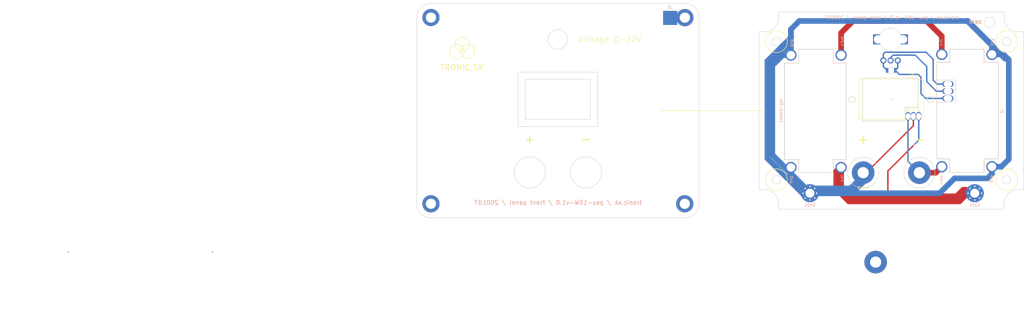
<source format=kicad_pcb>
(kicad_pcb (version 4) (host pcbnew 4.0.7)

  (general
    (links 36)
    (no_connects 4)
    (area 19.940199 43.244699 235.215501 119.480401)
    (thickness 1.6)
    (drawings 109)
    (tracks 108)
    (zones 0)
    (modules 17)
    (nets 9)
  )

  (page A4)
  (layers
    (0 F.Cu signal)
    (31 B.Cu signal)
    (32 B.Adhes user)
    (33 F.Adhes user)
    (34 B.Paste user)
    (35 F.Paste user)
    (36 B.SilkS user)
    (37 F.SilkS user)
    (38 B.Mask user)
    (39 F.Mask user)
    (40 Dwgs.User user)
    (41 Cmts.User user)
    (42 Eco1.User user)
    (43 Eco2.User user)
    (44 Edge.Cuts user)
    (45 Margin user)
    (46 B.CrtYd user)
    (47 F.CrtYd user)
    (48 B.Fab user)
    (49 F.Fab user)
  )

  (setup
    (last_trace_width 0.5)
    (trace_clearance 0.2)
    (zone_clearance 0.508)
    (zone_45_only yes)
    (trace_min 0.2)
    (segment_width 0.2)
    (edge_width 0.15)
    (via_size 0.6)
    (via_drill 0.4)
    (via_min_size 0.4)
    (via_min_drill 0.3)
    (uvia_size 0.3)
    (uvia_drill 0.1)
    (uvias_allowed no)
    (uvia_min_size 0.2)
    (uvia_min_drill 0.1)
    (pcb_text_width 0.3)
    (pcb_text_size 1.5 1.5)
    (mod_edge_width 0.15)
    (mod_text_size 1 1)
    (mod_text_width 0.15)
    (pad_size 8 8)
    (pad_drill 4)
    (pad_to_mask_clearance 0.2)
    (solder_mask_min_width 0.25)
    (aux_axis_origin 0 0)
    (visible_elements 7FFFFFFF)
    (pcbplotparams
      (layerselection 0x010f0_80000001)
      (usegerberextensions true)
      (excludeedgelayer true)
      (linewidth 0.100000)
      (plotframeref false)
      (viasonmask false)
      (mode 1)
      (useauxorigin false)
      (hpglpennumber 1)
      (hpglpenspeed 20)
      (hpglpendiameter 15)
      (hpglpenoverlay 2)
      (psnegative false)
      (psa4output false)
      (plotreference true)
      (plotvalue true)
      (plotinvisibletext false)
      (padsonsilk false)
      (subtractmaskfromsilk false)
      (outputformat 1)
      (mirror false)
      (drillshape 0)
      (scaleselection 1)
      (outputdirectory gerber/))
  )

  (net 0 "")
  (net 1 zem)
  (net 2 reg-u-1)
  (net 3 reg-u-3)
  (net 4 gnd)
  (net 5 12V)
  (net 6 12v-reg)
  (net 7 35V)
  (net 8 reg-u-2)

  (net_class Default "This is the default net class."
    (clearance 0.2)
    (trace_width 0.5)
    (via_dia 0.6)
    (via_drill 0.4)
    (uvia_dia 0.3)
    (uvia_drill 0.1)
    (add_net reg-u-1)
    (add_net reg-u-2)
    (add_net reg-u-3)
  )

  (net_class mains ""
    (clearance 0.3)
    (trace_width 2)
    (via_dia 3)
    (via_drill 2)
    (uvia_dia 1.5)
    (uvia_drill 0.5)
    (add_net 12V)
    (add_net 12v-reg)
    (add_net 35V)
    (add_net gnd)
    (add_net zem)
  )

  (module psw-library:psw-bananik (layer F.Cu) (tedit 5E14EDEC) (tstamp 5B899D25)
    (at 79.9846 103.2891)
    (path /5B68D160)
    (fp_text reference - (at 0 -11.8364) (layer F.SilkS)
      (effects (font (size 3 3) (thickness 0.5)))
    )
    (fp_text value minus (at 0.0635 -4.8895) (layer F.Fab) hide
      (effects (font (size 1 1) (thickness 0.15)))
    )
  )

  (module psw-library:psw-srobik-3.5mm (layer F.Cu) (tedit 5C7077C9) (tstamp 5BCA890A)
    (at 25.019 48.2981)
    (path /5BB7F525)
    (fp_text reference J12 (at 0 0.5) (layer F.SilkS)
      (effects (font (size 1 1) (thickness 0.15)))
    )
    (fp_text value srobik (at 0 -0.5) (layer F.Fab)
      (effects (font (size 1 1) (thickness 0.15)))
    )
    (pad 1 thru_hole circle (at 0 0) (size 6.096 6.096) (drill 3.5) (layers *.Cu *.Mask)
      (net 1 zem) (zone_connect 2))
  )

  (module psw-library:psw-srobik-3.5mm (layer F.Cu) (tedit 5C7077BD) (tstamp 5BCA890F)
    (at 114.9604 114.427)
    (path /5BB805C3)
    (fp_text reference J13 (at 0 0.5) (layer F.SilkS)
      (effects (font (size 1 1) (thickness 0.15)))
    )
    (fp_text value srobik (at 0 -0.5) (layer F.Fab)
      (effects (font (size 1 1) (thickness 0.15)))
    )
    (pad 1 thru_hole circle (at 0 0) (size 6.096 6.096) (drill 3.5) (layers *.Cu *.Mask)
      (net 1 zem) (zone_connect 2))
  )

  (module psw-library:psw-srobik-3.5mm (layer F.Cu) (tedit 5C7077C3) (tstamp 5BCA8914)
    (at 115.0112 48.3489)
    (path /5BB800E9)
    (fp_text reference J14 (at 0 0.5) (layer F.SilkS)
      (effects (font (size 1 1) (thickness 0.15)))
    )
    (fp_text value srobik (at 0 -0.5) (layer F.Fab)
      (effects (font (size 1 1) (thickness 0.15)))
    )
    (pad 1 thru_hole circle (at 0 0) (size 6.096 6.096) (drill 3.5) (layers *.Cu *.Mask)
      (net 1 zem) (zone_connect 2))
  )

  (module psw-library:psw-srobik-3.5mm (layer F.Cu) (tedit 5C7077B8) (tstamp 5BCA8919)
    (at 25.019 114.427)
    (path /5BB80A9E)
    (fp_text reference J15 (at 0 0.5) (layer F.SilkS)
      (effects (font (size 1 1) (thickness 0.15)))
    )
    (fp_text value srobik (at 0 -0.5) (layer F.Fab)
      (effects (font (size 1 1) (thickness 0.15)))
    )
    (pad 1 thru_hole circle (at 0 0) (size 6.096 6.096) (drill 3.5) (layers *.Cu *.Mask)
      (net 1 zem) (zone_connect 2))
  )

  (module psw-library:psw-kontakt-smd-velky (layer B.Cu) (tedit 5DE2F644) (tstamp 5C6AFD15)
    (at 109.8042 48.4378)
    (path /5C6AFFB6)
    (fp_text reference J3 (at 0 -3.683) (layer B.SilkS)
      (effects (font (size 1 1) (thickness 0.15)) (justify mirror))
    )
    (fp_text value zem (at -0.0635 3.4925) (layer B.Fab)
      (effects (font (size 1 1) (thickness 0.15)) (justify mirror))
    )
    (pad 1 smd rect (at 0 0) (size 5 5) (layers B.Cu B.Paste B.Mask)
      (net 1 zem))
  )

  (module psw-library:psw-dc-dc-lm2596-HOLE (layer B.Cu) (tedit 5C9BF8CE) (tstamp 5C9C1D32)
    (at 161.2392 81.4578 90)
    (path /5C706A94)
    (fp_text reference reg-boost1 (at 0 -12.192 90) (layer B.SilkS)
      (effects (font (size 1 1) (thickness 0.15)) (justify mirror))
    )
    (fp_text value reg-boost (at 0 12.192 90) (layer B.Fab)
      (effects (font (size 1 1) (thickness 0.15)) (justify mirror))
    )
    (fp_line (start 21.844 -5.842) (end 21.844 6.35) (layer B.SilkS) (width 0.15))
    (fp_line (start 17.018 10.922) (end 17.018 6.604) (layer B.SilkS) (width 0.15))
    (fp_line (start 17.018 6.604) (end 17.018 6.35) (layer B.SilkS) (width 0.15))
    (fp_line (start 17.018 6.35) (end 21.844 6.35) (layer B.SilkS) (width 0.15))
    (fp_line (start 21.844 -5.842) (end 17.018 -5.842) (layer B.SilkS) (width 0.15))
    (fp_line (start 17.018 -5.842) (end 17.018 -10.922) (layer B.SilkS) (width 0.15))
    (fp_line (start 17.018 -10.922) (end -17.272 -10.922) (layer B.SilkS) (width 0.15))
    (fp_line (start -17.272 -10.922) (end -17.272 -5.842) (layer B.SilkS) (width 0.15))
    (fp_line (start -17.272 -5.842) (end -21.844 -5.842) (layer B.SilkS) (width 0.15))
    (fp_line (start -21.844 -5.842) (end -21.844 6.35) (layer B.SilkS) (width 0.15))
    (fp_line (start -21.844 6.35) (end -17.272 6.35) (layer B.SilkS) (width 0.15))
    (fp_line (start -17.272 6.35) (end -17.272 10.922) (layer B.SilkS) (width 0.15))
    (fp_line (start -17.272 10.922) (end 17.018 10.922) (layer B.SilkS) (width 0.15))
    (fp_text user out+ (at 24.638 9.398 90) (layer B.SilkS)
      (effects (font (size 1 1) (thickness 0.15)) (justify mirror))
    )
    (fp_text user in+ (at -24.13 9.398 90) (layer B.SilkS)
      (effects (font (size 1 1) (thickness 0.15)) (justify mirror))
    )
    (fp_text user gnd (at 24.13 -8.382 90) (layer B.SilkS)
      (effects (font (size 1 1) (thickness 0.15)) (justify mirror))
    )
    (fp_text user gnd (at -24.384 -8.636 90) (layer B.SilkS)
      (effects (font (size 1 1) (thickness 0.15)) (justify mirror))
    )
    (pad 1 thru_hole circle (at -20.066 9.144 90) (size 4 4) (drill 3) (layers *.Cu *.Mask)
      (net 5 12V) (zone_connect 1) (thermal_width 2))
    (pad 2 thru_hole circle (at -20.066 -8.636 90) (size 4 4) (drill 3) (layers *.Cu *.Mask)
      (net 4 gnd) (zone_connect 1) (thermal_width 2))
    (pad 4 thru_hole circle (at 19.812 -8.636 90) (size 4 4) (drill 3) (layers *.Cu *.Mask)
      (net 4 gnd) (zone_connect 1) (thermal_width 2))
    (pad 3 thru_hole circle (at 19.812 9.144 90) (size 4 4) (drill 3) (layers *.Cu *.Mask)
      (net 7 35V) (zone_connect 1) (thermal_width 2))
  )

  (module psw-library:psw-bananik (layer F.Cu) (tedit 5DE39466) (tstamp 5C9954FA)
    (at 198.12 103.3653)
    (path /5B68D160)
    (fp_text reference - (at 0 -11.8364) (layer F.SilkS)
      (effects (font (size 3 3) (thickness 0.5)))
    )
    (fp_text value minus (at 0.0635 -4.8895) (layer F.Fab) hide
      (effects (font (size 1 1) (thickness 0.15)))
    )
  )

  (module Resistors_SMD:R_1206 (layer B.Cu) (tedit 5C436820) (tstamp 5C709B7B)
    (at 188.1251 67.056)
    (descr "Resistor SMD 1206, reflow soldering, Vishay (see dcrcw.pdf)")
    (tags "resistor 1206")
    (path /5C43659F)
    (attr smd)
    (fp_text reference R1 (at 0 1.85) (layer B.SilkS) hide
      (effects (font (size 1 1) (thickness 0.15)) (justify mirror))
    )
    (fp_text value R (at 0 -1.95) (layer B.Fab)
      (effects (font (size 1 1) (thickness 0.15)) (justify mirror))
    )
    (fp_text user %R (at 0 0) (layer B.Fab)
      (effects (font (size 0.7 0.7) (thickness 0.105)) (justify mirror))
    )
    (fp_line (start -1.6 -0.8) (end -1.6 0.8) (layer B.Fab) (width 0.1))
    (fp_line (start 1.6 -0.8) (end -1.6 -0.8) (layer B.Fab) (width 0.1))
    (fp_line (start 1.6 0.8) (end 1.6 -0.8) (layer B.Fab) (width 0.1))
    (fp_line (start -1.6 0.8) (end 1.6 0.8) (layer B.Fab) (width 0.1))
    (fp_line (start 1 -1.07) (end -1 -1.07) (layer B.SilkS) (width 0.12))
    (fp_line (start -1 1.07) (end 1 1.07) (layer B.SilkS) (width 0.12))
    (fp_line (start -2.15 1.11) (end 2.15 1.11) (layer B.CrtYd) (width 0.05))
    (fp_line (start -2.15 1.11) (end -2.15 -1.1) (layer B.CrtYd) (width 0.05))
    (fp_line (start 2.15 -1.1) (end 2.15 1.11) (layer B.CrtYd) (width 0.05))
    (fp_line (start 2.15 -1.1) (end -2.15 -1.1) (layer B.CrtYd) (width 0.05))
    (pad 1 smd rect (at -1.45 0) (size 0.9 1.7) (layers B.Cu B.Paste B.Mask)
      (net 2 reg-u-1))
    (pad 2 smd rect (at 1.45 0) (size 0.9 1.7) (layers B.Cu B.Paste B.Mask)
      (net 3 reg-u-3))
    (model ${KISYS3DMOD}/Resistors_SMD.3dshapes/R_1206.wrl
      (at (xyz 0 0 0))
      (scale (xyz 1 1 1))
      (rotate (xyz 0 0 0))
    )
  )

  (module psw-library:psw-pot-through-horizontal (layer F.Cu) (tedit 5C7308D9) (tstamp 5C72FDDB)
    (at 187.9092 56.0578 90)
    (descr "Potentiometer, horizontally mounted, Omeg PC16PU, Omeg PC16PU, Omeg PC16PU, Vishay/Spectrol 248GJ/249GJ Single, Vishay/Spectrol 248GJ/249GJ Single, Vishay/Spectrol 248GJ/249GJ Single, Vishay/Spectrol 248GH/249GH Single, Vishay/Spectrol 148/149 Single, Vishay/Spectrol 148/149 Single, Vishay/Spectrol 148/149 Single, Vishay/Spectrol 148A/149A Single with mounting plates, Vishay/Spectrol 148/149 Double, Vishay/Spectrol 148A/149A Double with mounting plates, Piher PC-16 Single, Piher PC-16 Single, Piher PC-16 Single, Piher PC-16SV Single, Piher PC-16 Double, Piher PC-16 Triple, Piher T16H Single, Piher T16L Single, Piher T16H Double, Alps RK163 Single, Alps RK163 Double, Alps RK097 Single, Alps RK097 Double, Bourns PTV09A-2 Single with mounting sleve Single, Bourns PTV09A-1 with mounting sleve Single, Bourns PRS11S Single, Alps RK09K Single with mounting sleve Single, Alps RK09K with mounting sleve Single, http://www.alps.com/prod/info/E/HTML/Potentiometer/RotaryPotentiometers/RK09K/RK09D1130C1B.html")
    (tags "Potentiometer horizontal  Omeg PC16PU  Omeg PC16PU  Omeg PC16PU  Vishay/Spectrol 248GJ/249GJ Single  Vishay/Spectrol 248GJ/249GJ Single  Vishay/Spectrol 248GJ/249GJ Single  Vishay/Spectrol 248GH/249GH Single  Vishay/Spectrol 148/149 Single  Vishay/Spectrol 148/149 Single  Vishay/Spectrol 148/149 Single  Vishay/Spectrol 148A/149A Single with mounting plates  Vishay/Spectrol 148/149 Double  Vishay/Spectrol 148A/149A Double with mounting plates  Piher PC-16 Single  Piher PC-16 Single  Piher PC-16 Single  Piher PC-16SV Single  Piher PC-16 Double  Piher PC-16 Triple  Piher T16H Single  Piher T16L Single  Piher T16H Double  Alps RK163 Single  Alps RK163 Double  Alps RK097 Single  Alps RK097 Double  Bourns PTV09A-2 Single with mounting sleve Single  Bourns PTV09A-1 with mounting sleve Single  Bourns PRS11S Single  Alps RK09K Single with mounting sleve Single  Alps RK09K with mounting sleve Single")
    (path /5BB4EB7D)
    (fp_text reference J9 (at 0.1016 -7.5184 90) (layer F.SilkS) hide
      (effects (font (size 1 1) (thickness 0.15)))
    )
    (fp_text value pot-1 (at 0.1016 7.0104 90) (layer F.Fab)
      (effects (font (size 1 1) (thickness 0.15)))
    )
    (fp_circle (center 0.007 0.04) (end 3.257 0.04) (layer F.Fab) (width 0.1))
    (pad 3 thru_hole circle (at -7.493 -2.54 90) (size 2.2 2.2) (drill 1.3) (layers *.Cu *.Mask)
      (net 2 reg-u-1))
    (pad 2 thru_hole circle (at -7.493 0 90) (size 2.2 2.2) (drill 1.3) (layers *.Cu *.Mask)
      (net 8 reg-u-2))
    (pad 1 thru_hole circle (at -7.493 2.54 90) (size 2.2 2.2) (drill 1.3) (layers *.Cu *.Mask)
      (net 3 reg-u-3))
    (pad 0 thru_hole rect (at 0 -4.4196 90) (size 3.556 3.556) (drill 3) (layers *.Cu *.Mask))
    (pad 0 thru_hole rect (at 0 4.4196 90) (size 3.556 3.556) (drill 3) (layers *.Cu *.Mask))
    (pad 0 thru_hole circle (at 0 0 90) (size 8 8) (drill 8) (layers *.Cu *.Mask))
    (model Potentiometers.3dshapes/Potentiometer_Alps_RK09K_Horizontal.wrl
      (at (xyz 0 0 0))
      (scale (xyz 0.393701 0.393701 0.393701))
      (rotate (xyz 0 0 0))
    )
  )

  (module Mounting_Holes:MountingHole_3.2mm_M3_Pad_Via (layer B.Cu) (tedit 5C747719) (tstamp 5C7315D4)
    (at 217.7542 110.6678)
    (descr "Mounting Hole 3.2mm, M3")
    (tags "mounting hole 3.2mm m3")
    (path /5C732E2C)
    (attr virtual)
    (fp_text reference 12V1 (at 0 4.2) (layer B.SilkS)
      (effects (font (size 1 1) (thickness 0.15)) (justify mirror))
    )
    (fp_text value 12V (at 0 -4.2) (layer B.Fab)
      (effects (font (size 1 1) (thickness 0.15)) (justify mirror))
    )
    (fp_text user %R (at 0.3 0) (layer B.Fab)
      (effects (font (size 1 1) (thickness 0.15)) (justify mirror))
    )
    (fp_circle (center 0 0) (end 3.2 0) (layer Cmts.User) (width 0.15))
    (fp_circle (center 0 0) (end 3.45 0) (layer B.CrtYd) (width 0.05))
    (pad 1 thru_hole circle (at 0 0) (size 6.4 6.4) (drill 3.2) (layers *.Cu *.Mask)
      (net 5 12V) (zone_connect 2))
    (pad 1 thru_hole circle (at 2.4 0) (size 0.8 0.8) (drill 0.5) (layers *.Cu *.Mask)
      (net 5 12V))
    (pad 1 thru_hole circle (at 1.697056 -1.697056) (size 0.8 0.8) (drill 0.5) (layers *.Cu *.Mask)
      (net 5 12V))
    (pad 1 thru_hole circle (at 0 -2.4) (size 0.8 0.8) (drill 0.5) (layers *.Cu *.Mask)
      (net 5 12V))
    (pad 1 thru_hole circle (at -1.697056 -1.697056) (size 0.8 0.8) (drill 0.5) (layers *.Cu *.Mask)
      (net 5 12V))
    (pad 1 thru_hole circle (at -2.4 0) (size 0.8 0.8) (drill 0.5) (layers *.Cu *.Mask)
      (net 5 12V))
    (pad 1 thru_hole circle (at -1.697056 1.697056) (size 0.8 0.8) (drill 0.5) (layers *.Cu *.Mask)
      (net 5 12V))
    (pad 1 thru_hole circle (at 0 2.4) (size 0.8 0.8) (drill 0.5) (layers *.Cu *.Mask)
      (net 5 12V))
    (pad 1 thru_hole circle (at 1.697056 1.697056) (size 0.8 0.8) (drill 0.5) (layers *.Cu *.Mask)
      (net 5 12V))
  )

  (module Mounting_Holes:MountingHole_3.2mm_M3_Pad_Via (layer B.Cu) (tedit 5C747722) (tstamp 5C7315E1)
    (at 159.3342 110.6678)
    (descr "Mounting Hole 3.2mm, M3")
    (tags "mounting hole 3.2mm m3")
    (path /5C732F25)
    (attr virtual)
    (fp_text reference GND1 (at 0 4.2) (layer B.SilkS)
      (effects (font (size 1 1) (thickness 0.15)) (justify mirror))
    )
    (fp_text value GND (at 0 -4.2) (layer B.Fab)
      (effects (font (size 1 1) (thickness 0.15)) (justify mirror))
    )
    (fp_text user %R (at 0.3 0) (layer B.Fab)
      (effects (font (size 1 1) (thickness 0.15)) (justify mirror))
    )
    (fp_circle (center 0 0) (end 3.2 0) (layer Cmts.User) (width 0.15))
    (fp_circle (center 0 0) (end 3.45 0) (layer B.CrtYd) (width 0.05))
    (pad 1 thru_hole circle (at 0 0) (size 6.4 6.4) (drill 3.2) (layers *.Cu *.Mask)
      (net 4 gnd) (zone_connect 2))
    (pad 1 thru_hole circle (at 2.4 0) (size 0.8 0.8) (drill 0.5) (layers *.Cu *.Mask)
      (net 4 gnd))
    (pad 1 thru_hole circle (at 1.697056 -1.697056) (size 0.8 0.8) (drill 0.5) (layers *.Cu *.Mask)
      (net 4 gnd))
    (pad 1 thru_hole circle (at 0 -2.4) (size 0.8 0.8) (drill 0.5) (layers *.Cu *.Mask)
      (net 4 gnd))
    (pad 1 thru_hole circle (at -1.697056 -1.697056) (size 0.8 0.8) (drill 0.5) (layers *.Cu *.Mask)
      (net 4 gnd))
    (pad 1 thru_hole circle (at -2.4 0) (size 0.8 0.8) (drill 0.5) (layers *.Cu *.Mask)
      (net 4 gnd))
    (pad 1 thru_hole circle (at -1.697056 1.697056) (size 0.8 0.8) (drill 0.5) (layers *.Cu *.Mask)
      (net 4 gnd))
    (pad 1 thru_hole circle (at 0 2.4) (size 0.8 0.8) (drill 0.5) (layers *.Cu *.Mask)
      (net 4 gnd))
    (pad 1 thru_hole circle (at 1.697056 1.697056) (size 0.8 0.8) (drill 0.5) (layers *.Cu *.Mask)
      (net 4 gnd))
  )

  (module psw-library:psw-bananik (layer F.Cu) (tedit 5DE2F5E0) (tstamp 5C731751)
    (at 182.626 135.128)
    (path /5B68D160)
    (fp_text reference minus (at 0 5.207) (layer F.SilkS) hide
      (effects (font (size 1 1) (thickness 0.15)))
    )
    (fp_text value minus (at 0.0635 -4.8895) (layer F.Fab)
      (effects (font (size 1 1) (thickness 0.15)))
    )
    (pad 1 thru_hole circle (at 0 0) (size 8 8) (drill 4) (layers *.Cu *.Mask)
      (zone_connect 2))
  )

  (module psw-library:psw-bananik (layer F.Cu) (tedit 5DE39463) (tstamp 5C731756)
    (at 198.12 103.3907)
    (path /5B68D166)
    (fp_text reference plus1 (at 0 5.207) (layer F.SilkS) hide
      (effects (font (size 1 1) (thickness 0.15)))
    )
    (fp_text value plus (at 0.0635 -4.8895) (layer F.Fab) hide
      (effects (font (size 1 1) (thickness 0.15)))
    )
    (pad 1 thru_hole circle (at 0 0) (size 8 8) (drill 4) (layers *.Cu *.Mask)
      (net 6 12v-reg) (zone_connect 2))
  )

  (module psw-library:psw-v-meter (layer F.Cu) (tedit 5DE2EDEF) (tstamp 5DE309FE)
    (at 171.4881 69.7865)
    (path /5DE2F0F9)
    (fp_text reference J1 (at 24.003 -1.016) (layer F.SilkS)
      (effects (font (size 1 1) (thickness 0.15)))
    )
    (fp_text value v-meter (at 14.224 -1.27) (layer F.Fab)
      (effects (font (size 1 1) (thickness 0.15)))
    )
    (fp_line (start 16.637 7.62) (end 16.002 7.62) (layer F.SilkS) (width 0.15))
    (fp_line (start 16.002 7.62) (end 16.637 7.62) (layer F.SilkS) (width 0.15))
    (fp_line (start 16.637 7.62) (end 16.637 7.112) (layer F.SilkS) (width 0.15))
    (fp_line (start 16.637 7.112) (end 16.637 7.62) (layer F.SilkS) (width 0.15))
    (fp_line (start 16.637 7.62) (end 17.272 7.62) (layer F.SilkS) (width 0.15))
    (fp_line (start 17.272 7.62) (end 16.637 7.62) (layer F.SilkS) (width 0.15))
    (fp_line (start 16.637 7.62) (end 16.637 8.128) (layer F.SilkS) (width 0.15))
    (fp_line (start 28.194 0.508) (end 28.194 14.732) (layer F.SilkS) (width 0.15))
    (fp_line (start 28.194 14.732) (end 5.08 14.732) (layer F.SilkS) (width 0.15))
    (fp_line (start 5.08 14.732) (end 5.08 0.508) (layer F.SilkS) (width 0.15))
    (fp_line (start 5.08 0.508) (end 28.194 0.508) (layer F.SilkS) (width 0.15))
    (fp_line (start 16.637 14.605) (end 16.637 14.732) (layer F.SilkS) (width 0.15))
    (fp_line (start 6.477 0) (end 26.162 0) (layer F.SilkS) (width 0.15))
    (fp_line (start 26.162 0) (end 26.162 10.414) (layer F.SilkS) (width 0.15))
    (fp_line (start 26.162 10.414) (end 21.59 10.414) (layer F.SilkS) (width 0.15))
    (fp_line (start 6.477 0) (end 6.477 15.24) (layer F.SilkS) (width 0.15))
    (fp_line (start 6.477 15.24) (end 21.59 15.24) (layer F.SilkS) (width 0.15))
    (fp_line (start 21.59 15.24) (end 21.59 10.414) (layer F.SilkS) (width 0.15))
    (fp_text user G (at 26.416 11.303) (layer F.SilkS)
      (effects (font (size 1 1) (thickness 0.15)))
    )
    (fp_text user V (at 24.511 11.303) (layer F.SilkS)
      (effects (font (size 1 1) (thickness 0.15)))
    )
    (fp_text user IN (at 22.606 11.303) (layer F.SilkS)
      (effects (font (size 1 1) (thickness 0.15)))
    )
    (fp_circle (center 2.794 7.62) (end 2.794 8.763) (layer F.SilkS) (width 0.15))
    (fp_circle (center 30.48 7.62) (end 30.48 8.763) (layer F.SilkS) (width 0.15))
    (pad 1 thru_hole oval (at 26.416 13.589) (size 1.7 3) (drill oval 1.6 2.2) (layers *.Cu *.Mask)
      (net 5 12V))
    (pad 2 thru_hole oval (at 24.511 13.589) (size 1.7 3) (drill oval 1.6 2.2) (layers *.Cu *.Mask)
      (net 4 gnd))
    (pad 3 thru_hole oval (at 22.606 13.589) (size 1.7 3) (drill oval 1.6 2.2) (layers *.Cu *.Mask)
      (net 6 12v-reg))
  )

  (module psw-library:psw-dc-dc-lm2596-pot (layer B.Cu) (tedit 5DE4378E) (tstamp 5DE4481F)
    (at 215.2142 81.4578 270)
    (path /5DE439B8)
    (fp_text reference J2 (at 0 -12.192 270) (layer B.SilkS)
      (effects (font (size 1 1) (thickness 0.15)) (justify mirror))
    )
    (fp_text value Conn_01x06 (at 0 12.192 270) (layer B.Fab)
      (effects (font (size 1 1) (thickness 0.15)) (justify mirror))
    )
    (fp_line (start 21.844 -5.842) (end 21.844 6.35) (layer B.SilkS) (width 0.15))
    (fp_line (start 17.018 10.922) (end 17.018 6.604) (layer B.SilkS) (width 0.15))
    (fp_line (start 17.018 6.604) (end 17.018 6.35) (layer B.SilkS) (width 0.15))
    (fp_line (start 17.018 6.35) (end 21.844 6.35) (layer B.SilkS) (width 0.15))
    (fp_line (start 21.844 -5.842) (end 17.018 -5.842) (layer B.SilkS) (width 0.15))
    (fp_line (start 17.018 -5.842) (end 17.018 -10.922) (layer B.SilkS) (width 0.15))
    (fp_line (start 17.018 -10.922) (end -17.272 -10.922) (layer B.SilkS) (width 0.15))
    (fp_line (start -17.272 -10.922) (end -17.272 -5.842) (layer B.SilkS) (width 0.15))
    (fp_line (start -17.272 -5.842) (end -21.844 -5.842) (layer B.SilkS) (width 0.15))
    (fp_line (start -21.844 -5.842) (end -21.844 6.35) (layer B.SilkS) (width 0.15))
    (fp_line (start -21.844 6.35) (end -17.272 6.35) (layer B.SilkS) (width 0.15))
    (fp_line (start -17.272 6.35) (end -17.272 10.922) (layer B.SilkS) (width 0.15))
    (fp_line (start -17.272 10.922) (end 17.018 10.922) (layer B.SilkS) (width 0.15))
    (fp_text user out+ (at 24.638 9.398 270) (layer B.SilkS)
      (effects (font (size 1 1) (thickness 0.15)) (justify mirror))
    )
    (fp_text user in+ (at -24.13 9.398 270) (layer B.SilkS)
      (effects (font (size 1 1) (thickness 0.15)) (justify mirror))
    )
    (fp_text user gnd (at 24.13 -8.382 270) (layer B.SilkS)
      (effects (font (size 1 1) (thickness 0.15)) (justify mirror))
    )
    (fp_text user gnd (at -24.384 -8.636 270) (layer B.SilkS)
      (effects (font (size 1 1) (thickness 0.15)) (justify mirror))
    )
    (pad 1 thru_hole circle (at -20.066 9.144 270) (size 4 4) (drill 3) (layers *.Cu *.Mask)
      (net 7 35V) (zone_connect 1) (thermal_width 2))
    (pad 2 thru_hole circle (at -20.066 -8.636 270) (size 4 4) (drill 3) (layers *.Cu *.Mask)
      (net 4 gnd) (zone_connect 1) (thermal_width 2))
    (pad 2 thru_hole circle (at 19.812 -8.636 270) (size 4 4) (drill 3) (layers *.Cu *.Mask)
      (net 4 gnd) (zone_connect 1) (thermal_width 2))
    (pad 3 thru_hole circle (at 19.812 9.144 270) (size 4 4) (drill 3) (layers *.Cu *.Mask)
      (net 6 12v-reg) (zone_connect 1) (thermal_width 2))
    (pad 4 thru_hole oval (at -9.525 6.985 270) (size 2 4) (drill oval 2 3) (layers *.Cu *.Mask)
      (net 2 reg-u-1))
    (pad 5 thru_hole oval (at -6.985 6.985 270) (size 2 4) (drill oval 2 3) (layers *.Cu *.Mask)
      (net 8 reg-u-2))
    (pad 6 thru_hole oval (at -4.445 6.985 270) (size 2 4) (drill oval 2 3) (layers *.Cu *.Mask)
      (net 3 reg-u-3))
  )

  (module psw-library:psw-bananik (layer F.Cu) (tedit 5B899BC8) (tstamp 5E1472F1)
    (at 178.2064 103.378)
    (path /5E147796)
    (fp_text reference plus2 (at 0 5.207) (layer F.SilkS)
      (effects (font (size 1 1) (thickness 0.15)))
    )
    (fp_text value plus (at 0.0635 -4.8895) (layer F.Fab)
      (effects (font (size 1 1) (thickness 0.15)))
    )
    (pad 1 thru_hole circle (at 0 0) (size 8 8) (drill 4) (layers *.Cu *.Mask)
      (net 4 gnd))
  )

  (gr_line (start 55.9054 86.995) (end 84.0994 86.995) (angle 90) (layer Edge.Cuts) (width 0.15))
  (gr_line (start 55.9054 80.8228) (end 55.9054 86.995) (angle 90) (layer Edge.Cuts) (width 0.15))
  (gr_line (start 84.0994 67.7164) (end 84.0994 86.995) (angle 90) (layer Edge.Cuts) (width 0.15))
  (gr_line (start 79.502 67.7164) (end 84.0994 67.7164) (angle 90) (layer Edge.Cuts) (width 0.15))
  (gr_line (start 55.9054 67.7164) (end 55.9054 80.8228) (angle 90) (layer Edge.Cuts) (width 0.15))
  (gr_line (start 55.9054 67.7164) (end 79.5274 67.7164) (angle 90) (layer Edge.Cuts) (width 0.15))
  (gr_line (start 204.2922 70.485) (end 204.2922 64.2112) (angle 90) (layer Edge.Cuts) (width 0.15))
  (gr_line (start 210.9978 70.485) (end 204.2922 70.485) (angle 90) (layer Edge.Cuts) (width 0.15))
  (gr_line (start 210.9978 78.4352) (end 210.9978 70.485) (angle 90) (layer Edge.Cuts) (width 0.15))
  (gr_line (start 204.2922 78.4352) (end 210.9978 78.4352) (angle 90) (layer Edge.Cuts) (width 0.15))
  (gr_line (start 204.2922 98.4758) (end 204.2922 78.4352) (angle 90) (layer Edge.Cuts) (width 0.15))
  (gr_line (start 208.8642 98.4758) (end 204.2922 98.4758) (angle 90) (layer Edge.Cuts) (width 0.15))
  (gr_line (start 208.8642 103.3018) (end 208.8642 98.4758) (angle 90) (layer Edge.Cuts) (width 0.15))
  (gr_line (start 221.0562 103.3018) (end 208.8642 103.3018) (angle 90) (layer Edge.Cuts) (width 0.15))
  (gr_line (start 221.0562 98.4758) (end 221.0562 103.3018) (angle 90) (layer Edge.Cuts) (width 0.15))
  (gr_line (start 226.1362 98.4758) (end 221.0562 98.4758) (angle 90) (layer Edge.Cuts) (width 0.15))
  (gr_line (start 226.1362 64.1858) (end 226.1362 98.4758) (angle 90) (layer Edge.Cuts) (width 0.15))
  (gr_line (start 221.0562 64.1858) (end 226.1362 64.1858) (angle 90) (layer Edge.Cuts) (width 0.15))
  (gr_line (start 221.0562 59.6138) (end 221.0562 64.1858) (angle 90) (layer Edge.Cuts) (width 0.15))
  (gr_line (start 208.8642 59.6138) (end 221.0562 59.6138) (angle 90) (layer Edge.Cuts) (width 0.15))
  (gr_line (start 208.8642 64.2112) (end 208.8642 59.6138) (angle 90) (layer Edge.Cuts) (width 0.15))
  (gr_line (start 204.2922 64.2112) (end 208.8642 64.2112) (angle 90) (layer Edge.Cuts) (width 0.15))
  (gr_line (start 150.3172 64.4398) (end 150.3172 98.7298) (angle 90) (layer Edge.Cuts) (width 0.15))
  (gr_line (start 150.3172 64.4398) (end 155.3972 64.4398) (angle 90) (layer Edge.Cuts) (width 0.15))
  (gr_line (start 155.3972 59.6138) (end 155.3972 64.4398) (angle 90) (layer Edge.Cuts) (width 0.15))
  (gr_line (start 167.5892 59.6138) (end 155.3972 59.6138) (angle 90) (layer Edge.Cuts) (width 0.15))
  (gr_line (start 167.5892 64.4398) (end 167.5892 59.6138) (angle 90) (layer Edge.Cuts) (width 0.15))
  (gr_line (start 172.1612 64.4398) (end 167.5892 64.4398) (angle 90) (layer Edge.Cuts) (width 0.15))
  (gr_line (start 172.1612 98.7298) (end 172.1612 64.4398) (angle 90) (layer Edge.Cuts) (width 0.15))
  (gr_line (start 167.5892 98.7298) (end 172.1612 98.7298) (angle 90) (layer Edge.Cuts) (width 0.15))
  (gr_line (start 167.5892 103.3018) (end 167.5892 98.7298) (angle 90) (layer Edge.Cuts) (width 0.15))
  (gr_line (start 155.3972 103.3018) (end 167.5892 103.3018) (angle 90) (layer Edge.Cuts) (width 0.15))
  (gr_line (start 155.3972 98.7298) (end 155.3972 103.3018) (angle 90) (layer Edge.Cuts) (width 0.15))
  (gr_line (start 150.3172 98.7298) (end 155.3972 98.7298) (angle 90) (layer Edge.Cuts) (width 0.15))
  (gr_line (start 36.0934 59.309) (end 36.0934 60.071) (angle 90) (layer F.SilkS) (width 0.2))
  (gr_line (start 35.7378 59.309) (end 36.4998 59.309) (angle 90) (layer F.SilkS) (width 0.2))
  (gr_circle (center 36.1188 57.8104) (end 36.1188 60.3504) (layer F.SilkS) (width 0.2))
  (gr_circle (center 38.0238 60.3504) (end 35.4838 60.3504) (layer F.SilkS) (width 0.2))
  (gr_circle (center 34.2138 60.3504) (end 36.7538 60.3504) (layer F.SilkS) (width 0.2))
  (gr_line (start 142.5702 81.3562) (end 106.1974 81.3562) (angle 90) (layer F.SilkS) (width 0.2))
  (gr_line (start 119.2276 81.3562) (end 106.553 81.3562) (angle 90) (layer F.SilkS) (width 0.2))
  (gr_circle (center 60.0456 103.2891) (end 60.0456 108.8009) (layer Edge.Cuts) (width 0.15))
  (gr_line (start 120.015 114.3889) (end 120.015 48.3235) (angle 90) (layer Edge.Cuts) (width 0.15))
  (gr_line (start 20.0152 48.3489) (end 20.0152 114.3762) (angle 90) (layer Edge.Cuts) (width 0.15))
  (gr_line (start 58.4454 84.455) (end 58.4454 70.2437) (angle 90) (layer Edge.Cuts) (width 0.15))
  (gr_line (start 81.5594 84.455) (end 58.4454 84.455) (angle 90) (layer Edge.Cuts) (width 0.15))
  (gr_line (start 81.5594 70.2437) (end 81.5594 84.455) (angle 90) (layer Edge.Cuts) (width 0.15))
  (gr_line (start 58.4454 70.2437) (end 81.5594 70.2437) (angle 90) (layer Edge.Cuts) (width 0.15))
  (gr_text "tronic.sk / psu-15W-v1.0 / front panel / 200107" (at 70.0532 113.9952) (layer B.SilkS)
    (effects (font (size 1.5 1.5) (thickness 0.25)) (justify mirror))
  )
  (gr_line (start 25.019 119.4054) (end 115.0112 119.4054) (angle 90) (layer Edge.Cuts) (width 0.15))
  (gr_circle (center 25.019 114.4016) (end 25.019 116.205) (layer Edge.Cuts) (width 0.15))
  (gr_arc (start 25.019 114.4016) (end 25.019 119.4054) (angle 90) (layer Edge.Cuts) (width 0.15))
  (gr_circle (center 115.0112 114.4016) (end 116.8146 114.4016) (layer Edge.Cuts) (width 0.15))
  (gr_arc (start 115.0112 114.4016) (end 120.015 114.4016) (angle 90) (layer Edge.Cuts) (width 0.15))
  (gr_circle (center 115.0112 48.3235) (end 116.8146 48.3235) (layer Edge.Cuts) (width 0.15))
  (gr_circle (center 25.019 48.3235) (end 23.2156 48.3235) (layer Edge.Cuts) (width 0.15))
  (gr_line (start 115.0112 43.3197) (end 25.019 43.3197) (angle 90) (layer Edge.Cuts) (width 0.15))
  (gr_arc (start 115.0112 48.3235) (end 115.0112 43.3197) (angle 90) (layer Edge.Cuts) (width 0.15))
  (gr_arc (start 25.019 48.3235) (end 20.0152 48.3235) (angle 90) (layer Edge.Cuts) (width 0.15))
  (gr_text + (at 60.0456 91.4527) (layer F.SilkS)
    (effects (font (size 3 3) (thickness 0.5)))
  )
  (gr_circle (center 69.9897 56.0324) (end 69.9897 59.5376) (layer Edge.Cuts) (width 0.15))
  (gr_circle (center 79.9846 103.2891) (end 79.9846 108.8009) (layer Edge.Cuts) (width 0.15))
  (gr_text "Voltage 0-32V" (at 88.3666 56.007) (layer F.SilkS)
    (effects (font (size 2 2) (thickness 0.2)))
  )
  (gr_text TRONIC.SK (at 36.068 66.04) (layer F.SilkS)
    (effects (font (size 2 2) (thickness 0.3)))
  )
  (gr_circle (center 223.0628 50.0634) (end 221.1832 50.3174) (layer Edge.Cuts) (width 0.15))
  (gr_circle (center 147.447 105.8926) (end 151.3078 105.8672) (layer F.SilkS) (width 0.2))
  (gr_circle (center 229.0572 105.8926) (end 232.918 105.8926) (layer F.SilkS) (width 0.2))
  (gr_circle (center 229.0572 56.8452) (end 232.918 56.8706) (layer F.SilkS) (width 0.2))
  (gr_circle (center 147.447 56.8706) (end 151.3332 56.8706) (layer F.SilkS) (width 0.2))
  (gr_circle (center 229.0572 105.8926) (end 229.0572 107.4166) (layer Edge.Cuts) (width 0.15))
  (gr_circle (center 147.447 105.8926) (end 147.447 107.4166) (layer Edge.Cuts) (width 0.15))
  (gr_circle (center 147.447 56.8706) (end 147.447 58.3946) (layer Edge.Cuts) (width 0.15))
  (gr_circle (center 229.0572 56.8706) (end 229.0572 58.3946) (layer Edge.Cuts) (width 0.15))
  (gr_line (start 193.0654 85.0392) (end 193.0654 84.963) (angle 90) (layer Edge.Cuts) (width 0.15))
  (gr_line (start 177.9778 85.0392) (end 193.0654 85.0392) (angle 90) (layer Edge.Cuts) (width 0.15))
  (gr_line (start 177.9778 69.7992) (end 177.9778 85.0392) (angle 90) (layer Edge.Cuts) (width 0.15))
  (gr_line (start 197.6628 69.7992) (end 177.9778 69.7992) (angle 90) (layer Edge.Cuts) (width 0.15))
  (gr_line (start 197.6628 80.2132) (end 197.6628 69.7992) (angle 90) (layer Edge.Cuts) (width 0.15))
  (gr_line (start 193.0654 80.2132) (end 197.6628 80.2132) (angle 90) (layer Edge.Cuts) (width 0.15))
  (gr_line (start 193.0654 85.0138) (end 193.0654 80.2132) (angle 90) (layer Edge.Cuts) (width 0.15))
  (gr_circle (center 174.2948 77.4192) (end 174.2948 78.5622) (layer Edge.Cuts) (width 0.15))
  (gr_circle (center 201.9554 77.4192) (end 201.9808 78.5622) (layer Edge.Cuts) (width 0.15))
  (gr_line (start 141.2748 109.347) (end 141.2748 53.34) (angle 90) (layer Edge.Cuts) (width 0.15))
  (gr_line (start 235.1405 109.3724) (end 234.9373 109.3724) (angle 90) (layer Edge.Cuts) (width 0.15))
  (gr_line (start 235.1405 53.3654) (end 235.1405 109.3724) (angle 90) (layer Edge.Cuts) (width 0.15))
  (gr_circle (center 198.12 103.3653) (end 198.12 108.8771) (layer Edge.Cuts) (width 0.15) (tstamp 5C99553A))
  (gr_circle (center 178.181 103.3653) (end 178.181 108.8771) (layer Edge.Cuts) (width 0.15) (tstamp 5C995539))
  (gr_circle (center 188.087 56.4642) (end 188.087 59.9694) (layer Edge.Cuts) (width 0.15) (tstamp 5C995538))
  (gr_text + (at 178.1302 91.4908) (layer F.SilkS) (tstamp 5C995536)
    (effects (font (size 3 3) (thickness 0.5)))
  )
  (gr_arc (start 233.1593 48.3743) (end 233.1593 53.3781) (angle 90) (layer Edge.Cuts) (width 0.15) (tstamp 5C995525))
  (gr_line (start 233.1466 53.3654) (end 235.1278 53.3654) (angle 90) (layer Edge.Cuts) (width 0.15) (tstamp 5C995524))
  (gr_line (start 228.1428 48.3616) (end 228.1428 46.355) (angle 90) (layer Edge.Cuts) (width 0.15) (tstamp 5C995523))
  (gr_line (start 188.1251 46.355) (end 228.1301 46.355) (angle 90) (layer Edge.Cuts) (width 0.15) (tstamp 5C995521))
  (gr_line (start 188.1124 46.355) (end 148.2852 46.355) (angle 90) (layer Edge.Cuts) (width 0.15) (tstamp 5C99551F))
  (gr_line (start 143.2814 53.34) (end 141.2748 53.34) (angle 90) (layer Edge.Cuts) (width 0.15) (tstamp 5C99551E))
  (gr_line (start 148.2852 48.3362) (end 148.2852 46.355) (angle 90) (layer Edge.Cuts) (width 0.15) (tstamp 5C99551D))
  (gr_arc (start 143.2941 48.3489) (end 148.2979 48.3489) (angle 90) (layer Edge.Cuts) (width 0.15) (tstamp 5C99551C))
  (gr_arc (start 143.2433 114.3635) (end 143.2433 109.3597) (angle 90) (layer Edge.Cuts) (width 0.15) (tstamp 5C99551B))
  (gr_line (start 143.256 109.347) (end 141.2748 109.347) (angle 90) (layer Edge.Cuts) (width 0.15) (tstamp 5C99551A))
  (gr_line (start 148.2598 114.3508) (end 148.2598 116.3574) (angle 90) (layer Edge.Cuts) (width 0.15) (tstamp 5C995519))
  (gr_line (start 188.2648 116.3574) (end 148.2598 116.3574) (angle 90) (layer Edge.Cuts) (width 0.15) (tstamp 5C995517))
  (gr_line (start 188.2902 116.3574) (end 228.1174 116.3574) (angle 90) (layer Edge.Cuts) (width 0.15) (tstamp 5C995515))
  (gr_line (start 233.1212 109.3724) (end 235.1278 109.3724) (angle 90) (layer Edge.Cuts) (width 0.15) (tstamp 5C995514))
  (gr_line (start 228.1174 114.3762) (end 228.1174 116.3574) (angle 90) (layer Edge.Cuts) (width 0.15) (tstamp 5C995513))
  (gr_arc (start 233.1085 114.3889) (end 228.1047 114.3889) (angle 90) (layer Edge.Cuts) (width 0.15) (tstamp 5C995512))
  (gr_text zem (at 217.9066 49.784) (layer B.SilkS)
    (effects (font (size 1.5 1.5) (thickness 0.3)) (justify mirror))
  )
  (gr_text "tronic.sk / psu-15W-v1.0 / back panel / 200107" (at 188.2902 48.2854) (layer B.SilkS) (tstamp 5BB64175)
    (effects (font (size 1.2 1.2) (thickness 0.15)) (justify mirror))
  )
  (gr_line (start -127.4064 156.2608) (end -127.4064 156.1592) (layer F.SilkS) (width 0.2) (tstamp 5C709C8D))
  (gr_line (start -127.4064 156.1592) (end -127.6096 156.1592) (layer F.SilkS) (width 0.2) (tstamp 5C709C8C))

  (segment (start -52.2732 131.4824) (end -52.5392 131.4824) (width 0.25) (layer B.Cu) (net 0) (tstamp 5C709C4B))
  (segment (start -103.3272 131.4824) (end -103.5932 131.4824) (width 0.25) (layer B.Cu) (net 0) (tstamp 5C709C43))
  (segment (start 185.3692 63.5508) (end 185.3692 61.2648) (width 0.5) (layer B.Cu) (net 2))
  (segment (start 204.4192 71.9328) (end 208.2292 71.9328) (width 0.5) (layer B.Cu) (net 2) (tstamp 5E1470AF))
  (segment (start 203.0222 70.5358) (end 204.4192 71.9328) (width 0.5) (layer B.Cu) (net 2) (tstamp 5E1470AE))
  (segment (start 203.0222 63.1698) (end 203.0222 70.5358) (width 0.5) (layer B.Cu) (net 2) (tstamp 5E1470AC))
  (segment (start 200.4822 60.6298) (end 203.0222 63.1698) (width 0.5) (layer B.Cu) (net 2) (tstamp 5E1470A9))
  (segment (start 186.0042 60.6298) (end 200.4822 60.6298) (width 0.5) (layer B.Cu) (net 2) (tstamp 5E1470A8))
  (segment (start 185.3692 61.2648) (end 186.0042 60.6298) (width 0.5) (layer B.Cu) (net 2) (tstamp 5E1470A7))
  (segment (start 185.3692 63.5508) (end 185.3692 65.7501) (width 0.5) (layer B.Cu) (net 2))
  (segment (start 185.3692 65.7501) (end 186.6751 67.056) (width 0.5) (layer B.Cu) (net 2) (tstamp 5E147061))
  (segment (start 208.2292 77.0128) (end 200.3552 77.0128) (width 0.5) (layer B.Cu) (net 3))
  (segment (start 191.0229 68.5038) (end 189.5751 67.056) (width 0.5) (layer B.Cu) (net 3) (tstamp 5E1470B6))
  (segment (start 197.6882 68.5038) (end 191.0229 68.5038) (width 0.5) (layer B.Cu) (net 3) (tstamp 5E1470B5))
  (segment (start 198.7042 69.5198) (end 197.6882 68.5038) (width 0.5) (layer B.Cu) (net 3) (tstamp 5E1470B4))
  (segment (start 198.7042 75.3618) (end 198.7042 69.5198) (width 0.5) (layer B.Cu) (net 3) (tstamp 5E1470B3))
  (segment (start 200.3552 77.0128) (end 198.7042 75.3618) (width 0.5) (layer B.Cu) (net 3) (tstamp 5E1470B2))
  (segment (start 190.4492 63.5508) (end 190.4492 66.1819) (width 0.5) (layer B.Cu) (net 3))
  (segment (start 190.4492 66.1819) (end 189.5751 67.056) (width 0.5) (layer B.Cu) (net 3) (tstamp 5E147064))
  (segment (start 159.3342 110.6678) (end 205.3082 110.6678) (width 2) (layer B.Cu) (net 4))
  (segment (start 205.3082 110.6678) (end 210.566 105.41) (width 2) (layer B.Cu) (net 4) (tstamp 5E14EF04))
  (segment (start 210.566 105.41) (end 222.25 105.41) (width 2) (layer B.Cu) (net 4) (tstamp 5E14EF05))
  (segment (start 223.8502 103.8098) (end 223.8502 101.2698) (width 2) (layer B.Cu) (net 4) (tstamp 5E14EF0B))
  (segment (start 222.25 105.41) (end 223.8502 103.8098) (width 2) (layer B.Cu) (net 4) (tstamp 5E14EF08))
  (segment (start 178.2064 103.378) (end 178.2064 105.3084) (width 2) (layer B.Cu) (net 4))
  (segment (start 159.3342 110.6678) (end 156.6418 110.6678) (width 2) (layer B.Cu) (net 4))
  (segment (start 156.6418 110.6678) (end 144.272 98.298) (width 2) (layer B.Cu) (net 4) (tstamp 5E14EE9E))
  (segment (start 152.6032 55.4228) (end 152.6032 52.5018) (width 2) (layer B.Cu) (net 4) (tstamp 5E14EEA7))
  (segment (start 144.272 63.754) (end 152.6032 55.4228) (width 2) (layer B.Cu) (net 4) (tstamp 5E14EEA3))
  (segment (start 144.272 98.298) (end 144.272 63.754) (width 2) (layer B.Cu) (net 4) (tstamp 5E14EE9F))
  (segment (start 159.3342 110.6678) (end 159.5882 110.6678) (width 2) (layer B.Cu) (net 4))
  (segment (start 159.5882 110.6678) (end 161.29 108.966) (width 2) (layer B.Cu) (net 4) (tstamp 5E14EE92))
  (segment (start 161.29 108.966) (end 173.736 108.966) (width 2) (layer B.Cu) (net 4) (tstamp 5E14EE94))
  (segment (start 173.736 108.966) (end 178.2064 104.4956) (width 2) (layer B.Cu) (net 4) (tstamp 5E14EE96))
  (segment (start 178.2064 104.4956) (end 178.2064 103.378) (width 2) (layer B.Cu) (net 4) (tstamp 5E14EE97))
  (segment (start 229.4509 62.9285) (end 228.5365 62.9285) (width 2) (layer B.Cu) (net 4))
  (segment (start 228.5365 62.9285) (end 215.138 49.53) (width 2) (layer B.Cu) (net 4) (tstamp 5E14EDDE))
  (segment (start 145.9992 65.3796) (end 145.9992 63.9572) (width 2) (layer B.Cu) (net 4))
  (segment (start 145.9992 63.9572) (end 152.6032 57.3532) (width 2) (layer B.Cu) (net 4) (tstamp 5E14EDD4))
  (segment (start 159.3342 110.6678) (end 159.3342 110.4138) (width 2) (layer B.Cu) (net 4))
  (segment (start 159.3342 110.4138) (end 145.9992 97.0788) (width 2) (layer B.Cu) (net 4) (tstamp 5E14EDCB))
  (segment (start 152.6032 61.6458) (end 152.6032 57.3532) (width 2) (layer B.Cu) (net 4))
  (segment (start 152.6032 57.3532) (end 152.6032 52.5018) (width 2) (layer B.Cu) (net 4) (tstamp 5E14EDD7))
  (segment (start 155.575 49.53) (end 215.138 49.53) (width 2) (layer B.Cu) (net 4) (tstamp 5E14ED0F))
  (segment (start 152.6032 52.5018) (end 155.575 49.53) (width 2) (layer B.Cu) (net 4) (tstamp 5E14ED0E))
  (segment (start 215.138 49.53) (end 215.265 49.53) (width 2) (layer B.Cu) (net 4) (tstamp 5E14EDE1))
  (segment (start 223.8502 58.1152) (end 223.8502 61.3918) (width 2) (layer B.Cu) (net 4) (tstamp 5E14ED14))
  (segment (start 215.265 49.53) (end 223.8502 58.1152) (width 2) (layer B.Cu) (net 4) (tstamp 5E14ED13))
  (segment (start 195.9991 83.3755) (end 195.9991 86.7029) (width 0.5) (layer F.Cu) (net 4))
  (segment (start 195.9991 86.7029) (end 179.324 103.378) (width 0.5) (layer F.Cu) (net 4) (tstamp 5E14732B))
  (segment (start 179.324 103.378) (end 178.2064 103.378) (width 0.5) (layer F.Cu) (net 4) (tstamp 5E14732D))
  (segment (start 159.3342 110.6678) (end 174.2694 110.6678) (width 2) (layer B.Cu) (net 4))
  (segment (start 174.2694 110.6678) (end 178.2064 106.7308) (width 2) (layer B.Cu) (net 4) (tstamp 5E147324))
  (segment (start 178.2064 106.7308) (end 178.2064 103.378) (width 2) (layer B.Cu) (net 4) (tstamp 5E147325))
  (segment (start 223.8502 101.2698) (end 227.1522 101.2698) (width 2) (layer B.Cu) (net 4))
  (segment (start 227.9142 61.3918) (end 223.8502 61.3918) (width 2) (layer B.Cu) (net 4) (tstamp 5E14711B))
  (segment (start 229.8192 63.2968) (end 229.4509 62.9285) (width 2) (layer B.Cu) (net 4) (tstamp 5E14711A))
  (segment (start 229.4509 62.9285) (end 227.9142 61.3918) (width 2) (layer B.Cu) (net 4) (tstamp 5E14EDDC))
  (segment (start 229.8192 98.6028) (end 229.8192 63.2968) (width 2) (layer B.Cu) (net 4) (tstamp 5E147119))
  (segment (start 227.1522 101.2698) (end 229.8192 98.6028) (width 2) (layer B.Cu) (net 4) (tstamp 5E147117))
  (segment (start 152.6032 101.5238) (end 152.6032 103.9368) (width 2) (layer B.Cu) (net 4))
  (segment (start 152.6032 103.9368) (end 159.3342 110.6678) (width 2) (layer B.Cu) (net 4) (tstamp 5E147113))
  (segment (start 152.6032 61.6458) (end 149.6822 61.6458) (width 2) (layer B.Cu) (net 4))
  (segment (start 150.4442 101.5238) (end 152.6032 101.5238) (width 2) (layer B.Cu) (net 4) (tstamp 5E147110))
  (segment (start 145.9992 97.0788) (end 150.4442 101.5238) (width 2) (layer B.Cu) (net 4) (tstamp 5E14710F))
  (segment (start 145.9992 65.3288) (end 145.9992 65.3796) (width 2) (layer B.Cu) (net 4) (tstamp 5E14710E))
  (segment (start 145.9992 65.3796) (end 145.9992 97.0788) (width 2) (layer B.Cu) (net 4) (tstamp 5E14EDD2))
  (segment (start 149.6822 61.6458) (end 145.9992 65.3288) (width 2) (layer B.Cu) (net 4) (tstamp 5E14710D))
  (segment (start 168.656 106.68) (end 168.656 108.966) (width 2) (layer F.Cu) (net 5))
  (segment (start 168.656 108.966) (end 173.2788 113.5888) (width 2) (layer F.Cu) (net 5) (tstamp 5E14EE87))
  (segment (start 217.7542 110.6678) (end 215.8238 110.6678) (width 2) (layer F.Cu) (net 5))
  (segment (start 215.8238 110.6678) (end 214.63 109.474) (width 2) (layer F.Cu) (net 5) (tstamp 5E14EE72))
  (segment (start 168.656 102.87) (end 170.0022 101.5238) (width 2) (layer F.Cu) (net 5) (tstamp 5E14EE81))
  (segment (start 168.656 106.68) (end 168.656 102.87) (width 2) (layer F.Cu) (net 5) (tstamp 5E14EE7E))
  (segment (start 173.736 111.76) (end 168.656 106.68) (width 2) (layer F.Cu) (net 5) (tstamp 5E14EE7D))
  (segment (start 211.328 111.76) (end 173.736 111.76) (width 2) (layer F.Cu) (net 5) (tstamp 5E14EE79))
  (segment (start 213.614 109.474) (end 211.328 111.76) (width 2) (layer F.Cu) (net 5) (tstamp 5E14EE76))
  (segment (start 214.63 109.474) (end 213.614 109.474) (width 2) (layer F.Cu) (net 5) (tstamp 5E14EE73))
  (segment (start 170.0022 101.5238) (end 170.3832 101.5238) (width 2) (layer F.Cu) (net 5) (tstamp 5E14EE82))
  (segment (start 197.9041 83.3755) (end 197.9041 91.8337) (width 0.5) (layer B.Cu) (net 5))
  (segment (start 186.9694 110.9218) (end 184.3024 113.5888) (width 0.5) (layer F.Cu) (net 5) (tstamp 5E147343))
  (segment (start 186.9694 102.7684) (end 186.9694 110.9218) (width 0.5) (layer F.Cu) (net 5) (tstamp 5E147335))
  (segment (start 196.1896 93.5482) (end 186.9694 102.7684) (width 0.5) (layer F.Cu) (net 5) (tstamp 5E147334))
  (via (at 196.1896 93.5482) (size 0.6) (drill 0.4) (layers F.Cu B.Cu) (net 5))
  (segment (start 197.9041 91.8337) (end 196.1896 93.5482) (width 0.5) (layer B.Cu) (net 5) (tstamp 5E147332))
  (segment (start 217.7542 110.6678) (end 215.2142 110.6678) (width 2) (layer F.Cu) (net 5))
  (segment (start 215.2142 110.6678) (end 212.2932 113.5888) (width 2) (layer F.Cu) (net 5) (tstamp 5E14713C))
  (segment (start 212.2932 113.5888) (end 184.3024 113.5888) (width 2) (layer F.Cu) (net 5) (tstamp 5E147140))
  (segment (start 184.3024 113.5888) (end 173.2788 113.5888) (width 2) (layer F.Cu) (net 5) (tstamp 5E147347))
  (segment (start 173.2788 113.5888) (end 173.1772 113.5888) (width 2) (layer F.Cu) (net 5) (tstamp 5E14EE8B))
  (segment (start 170.3832 110.7948) (end 170.3832 101.5238) (width 2) (layer F.Cu) (net 5) (tstamp 5E147142))
  (segment (start 173.1772 113.5888) (end 170.3832 110.7948) (width 2) (layer F.Cu) (net 5) (tstamp 5E147141))
  (segment (start 198.12 103.3907) (end 203.9493 103.3907) (width 2) (layer F.Cu) (net 6))
  (segment (start 203.9493 103.3907) (end 206.0702 101.2698) (width 2) (layer F.Cu) (net 6) (tstamp 5E147145))
  (segment (start 194.0941 83.3755) (end 194.0941 99.3648) (width 0.5) (layer B.Cu) (net 6))
  (segment (start 194.0941 99.3648) (end 198.12 103.3907) (width 0.5) (layer B.Cu) (net 6) (tstamp 5E1470DC))
  (segment (start 206.0702 61.3918) (end 206.0702 54.9402) (width 2) (layer F.Cu) (net 7))
  (segment (start 170.3832 53.7718) (end 170.3832 61.6458) (width 2) (layer F.Cu) (net 7) (tstamp 5E14ED1C))
  (segment (start 174.625 49.53) (end 170.3832 53.7718) (width 2) (layer F.Cu) (net 7) (tstamp 5E14ED1B))
  (segment (start 200.66 49.53) (end 174.625 49.53) (width 2) (layer F.Cu) (net 7) (tstamp 5E14ED19))
  (segment (start 206.0702 54.9402) (end 200.66 49.53) (width 2) (layer F.Cu) (net 7) (tstamp 5E14ED18))
  (segment (start 208.2292 74.4728) (end 204.1652 74.4728) (width 0.5) (layer B.Cu) (net 8))
  (segment (start 188.7982 61.6458) (end 187.9092 62.5348) (width 0.5) (layer B.Cu) (net 8) (tstamp 5E1470C1))
  (segment (start 196.6722 61.6458) (end 188.7982 61.6458) (width 0.5) (layer B.Cu) (net 8) (tstamp 5E1470BF))
  (segment (start 200.7362 65.7098) (end 196.6722 61.6458) (width 0.5) (layer B.Cu) (net 8) (tstamp 5E1470BD))
  (segment (start 200.7362 71.0438) (end 200.7362 65.7098) (width 0.5) (layer B.Cu) (net 8) (tstamp 5E1470BB))
  (segment (start 204.1652 74.4728) (end 200.7362 71.0438) (width 0.5) (layer B.Cu) (net 8) (tstamp 5E1470B9))
  (segment (start 187.9092 62.5348) (end 187.9092 63.5508) (width 0.5) (layer B.Cu) (net 8) (tstamp 5E1470C2))

  (zone (net 1) (net_name zem) (layer F.Cu) (tstamp 5E146EDE) (hatch edge 0.508)
    (connect_pads (clearance 0.508))
    (min_thickness 0.254)
    (fill yes (arc_segments 16) (thermal_gap 0.508) (thermal_bridge_width 0.508))
    (polygon
      (pts
        (xy 121.2342 120.8278) (xy 19.6342 120.8278) (xy 19.6342 42.0878) (xy 121.2342 42.0878)
      )
    )
    (filled_polygon
      (pts
        (xy 25.437426 113.39143) (xy 25.792151 113.628449) (xy 26.02917 113.983174) (xy 26.1124 114.4016) (xy 26.02917 114.820026)
        (xy 25.792151 115.174751) (xy 25.437426 115.41177) (xy 25.019 115.495) (xy 24.600574 115.41177) (xy 24.245849 115.174751)
        (xy 24.00883 114.820026) (xy 23.9256 114.4016) (xy 24.00883 113.983174) (xy 24.245849 113.628449) (xy 24.600574 113.39143)
        (xy 25.019 113.3082)
      )
    )
    (filled_polygon
      (pts
        (xy 115.429626 113.39143) (xy 115.784351 113.628449) (xy 116.02137 113.983174) (xy 116.1046 114.4016) (xy 116.02137 114.820026)
        (xy 115.784351 115.174751) (xy 115.429626 115.41177) (xy 115.0112 115.495) (xy 114.592774 115.41177) (xy 114.238049 115.174751)
        (xy 114.00103 114.820026) (xy 113.9178 114.4016) (xy 114.00103 113.983174) (xy 114.238049 113.628449) (xy 114.592774 113.39143)
        (xy 115.0112 113.3082)
      )
    )
    (filled_polygon
      (pts
        (xy 25.437426 47.31333) (xy 25.792151 47.550349) (xy 26.02917 47.905074) (xy 26.1124 48.3235) (xy 26.02917 48.741926)
        (xy 25.792151 49.096651) (xy 25.437426 49.33367) (xy 25.019 49.4169) (xy 24.600574 49.33367) (xy 24.245849 49.096651)
        (xy 24.00883 48.741926) (xy 23.9256 48.3235) (xy 24.00883 47.905074) (xy 24.245849 47.550349) (xy 24.600574 47.31333)
        (xy 25.019 47.2301)
      )
    )
    (filled_polygon
      (pts
        (xy 115.429626 47.31333) (xy 115.784351 47.550349) (xy 116.02137 47.905074) (xy 116.1046 48.3235) (xy 116.02137 48.741926)
        (xy 115.784351 49.096651) (xy 115.429626 49.33367) (xy 115.0112 49.4169) (xy 114.592774 49.33367) (xy 114.238049 49.096651)
        (xy 114.00103 48.741926) (xy 113.9178 48.3235) (xy 114.00103 47.905074) (xy 114.238049 47.550349) (xy 114.592774 47.31333)
        (xy 115.0112 47.2301)
      )
    )
  )
)

</source>
